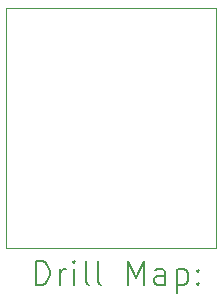
<source format=gbr>
%TF.GenerationSoftware,KiCad,Pcbnew,9.0.6*%
%TF.CreationDate,2026-01-05T14:24:46-06:00*%
%TF.ProjectId,SOIC-16_3.9x9.9_P1.27,534f4943-2d31-4365-9f33-2e3978392e39,rev?*%
%TF.SameCoordinates,Original*%
%TF.FileFunction,Drillmap*%
%TF.FilePolarity,Positive*%
%FSLAX45Y45*%
G04 Gerber Fmt 4.5, Leading zero omitted, Abs format (unit mm)*
G04 Created by KiCad (PCBNEW 9.0.6) date 2026-01-05 14:24:46*
%MOMM*%
%LPD*%
G01*
G04 APERTURE LIST*
%ADD10C,0.050000*%
%ADD11C,0.200000*%
G04 APERTURE END LIST*
D10*
X11785600Y-8871350D02*
X13563600Y-8871350D01*
X13563600Y-10903350D01*
X11785600Y-10903350D01*
X11785600Y-8871350D01*
D11*
X12043877Y-11217334D02*
X12043877Y-11017334D01*
X12043877Y-11017334D02*
X12091496Y-11017334D01*
X12091496Y-11017334D02*
X12120067Y-11026858D01*
X12120067Y-11026858D02*
X12139115Y-11045905D01*
X12139115Y-11045905D02*
X12148639Y-11064953D01*
X12148639Y-11064953D02*
X12158162Y-11103048D01*
X12158162Y-11103048D02*
X12158162Y-11131620D01*
X12158162Y-11131620D02*
X12148639Y-11169715D01*
X12148639Y-11169715D02*
X12139115Y-11188762D01*
X12139115Y-11188762D02*
X12120067Y-11207810D01*
X12120067Y-11207810D02*
X12091496Y-11217334D01*
X12091496Y-11217334D02*
X12043877Y-11217334D01*
X12243877Y-11217334D02*
X12243877Y-11084000D01*
X12243877Y-11122096D02*
X12253401Y-11103048D01*
X12253401Y-11103048D02*
X12262924Y-11093524D01*
X12262924Y-11093524D02*
X12281972Y-11084000D01*
X12281972Y-11084000D02*
X12301020Y-11084000D01*
X12367686Y-11217334D02*
X12367686Y-11084000D01*
X12367686Y-11017334D02*
X12358162Y-11026858D01*
X12358162Y-11026858D02*
X12367686Y-11036381D01*
X12367686Y-11036381D02*
X12377210Y-11026858D01*
X12377210Y-11026858D02*
X12367686Y-11017334D01*
X12367686Y-11017334D02*
X12367686Y-11036381D01*
X12491496Y-11217334D02*
X12472448Y-11207810D01*
X12472448Y-11207810D02*
X12462924Y-11188762D01*
X12462924Y-11188762D02*
X12462924Y-11017334D01*
X12596258Y-11217334D02*
X12577210Y-11207810D01*
X12577210Y-11207810D02*
X12567686Y-11188762D01*
X12567686Y-11188762D02*
X12567686Y-11017334D01*
X12824829Y-11217334D02*
X12824829Y-11017334D01*
X12824829Y-11017334D02*
X12891496Y-11160191D01*
X12891496Y-11160191D02*
X12958162Y-11017334D01*
X12958162Y-11017334D02*
X12958162Y-11217334D01*
X13139115Y-11217334D02*
X13139115Y-11112572D01*
X13139115Y-11112572D02*
X13129591Y-11093524D01*
X13129591Y-11093524D02*
X13110543Y-11084000D01*
X13110543Y-11084000D02*
X13072448Y-11084000D01*
X13072448Y-11084000D02*
X13053401Y-11093524D01*
X13139115Y-11207810D02*
X13120067Y-11217334D01*
X13120067Y-11217334D02*
X13072448Y-11217334D01*
X13072448Y-11217334D02*
X13053401Y-11207810D01*
X13053401Y-11207810D02*
X13043877Y-11188762D01*
X13043877Y-11188762D02*
X13043877Y-11169715D01*
X13043877Y-11169715D02*
X13053401Y-11150667D01*
X13053401Y-11150667D02*
X13072448Y-11141143D01*
X13072448Y-11141143D02*
X13120067Y-11141143D01*
X13120067Y-11141143D02*
X13139115Y-11131620D01*
X13234353Y-11084000D02*
X13234353Y-11284000D01*
X13234353Y-11093524D02*
X13253401Y-11084000D01*
X13253401Y-11084000D02*
X13291496Y-11084000D01*
X13291496Y-11084000D02*
X13310543Y-11093524D01*
X13310543Y-11093524D02*
X13320067Y-11103048D01*
X13320067Y-11103048D02*
X13329591Y-11122096D01*
X13329591Y-11122096D02*
X13329591Y-11179239D01*
X13329591Y-11179239D02*
X13320067Y-11198286D01*
X13320067Y-11198286D02*
X13310543Y-11207810D01*
X13310543Y-11207810D02*
X13291496Y-11217334D01*
X13291496Y-11217334D02*
X13253401Y-11217334D01*
X13253401Y-11217334D02*
X13234353Y-11207810D01*
X13415305Y-11198286D02*
X13424829Y-11207810D01*
X13424829Y-11207810D02*
X13415305Y-11217334D01*
X13415305Y-11217334D02*
X13405782Y-11207810D01*
X13405782Y-11207810D02*
X13415305Y-11198286D01*
X13415305Y-11198286D02*
X13415305Y-11217334D01*
X13415305Y-11093524D02*
X13424829Y-11103048D01*
X13424829Y-11103048D02*
X13415305Y-11112572D01*
X13415305Y-11112572D02*
X13405782Y-11103048D01*
X13405782Y-11103048D02*
X13415305Y-11093524D01*
X13415305Y-11093524D02*
X13415305Y-11112572D01*
M02*

</source>
